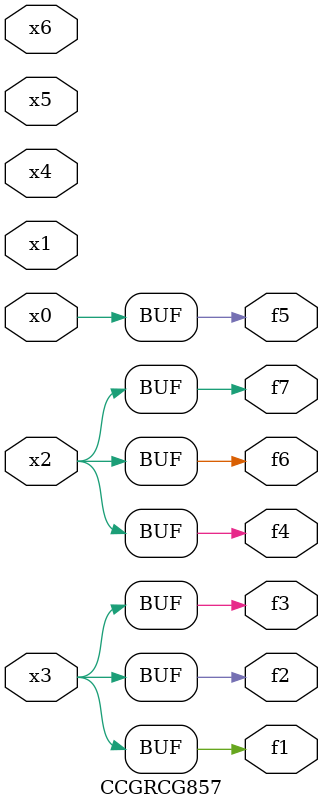
<source format=v>
module CCGRCG857(
	input x0, x1, x2, x3, x4, x5, x6,
	output f1, f2, f3, f4, f5, f6, f7
);
	assign f1 = x3;
	assign f2 = x3;
	assign f3 = x3;
	assign f4 = x2;
	assign f5 = x0;
	assign f6 = x2;
	assign f7 = x2;
endmodule

</source>
